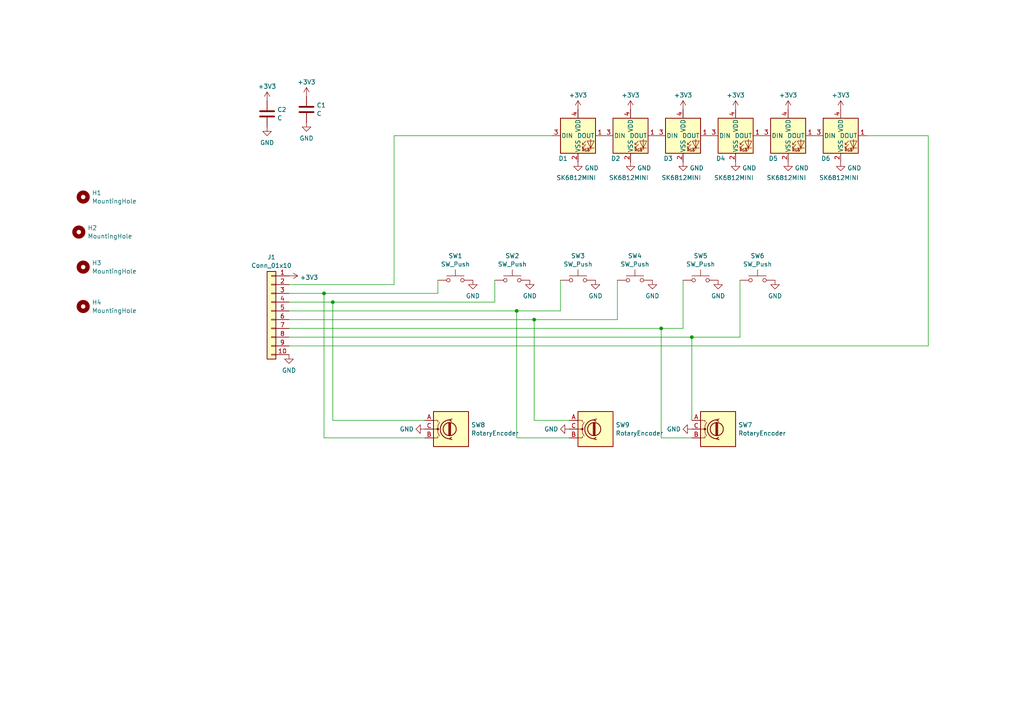
<source format=kicad_sch>
(kicad_sch (version 20231120) (generator "eeschema") (generator_version "8.0")
  (paper "A4")
  (lib_symbols
    (symbol "Connector_Generic:Conn_01x10" (pin_names (offset 1.016) hide)
      (property "Reference" "J" (at 0 12.7 0))
      (property "Value" "Conn_01x10" (at 0 -15.24 0))
      (symbol "Conn_01x10_1_1"
        (rectangle (start -1.27 -12.573) (end 0 -12.827) (stroke (width 0.1524)))
        (rectangle (start -1.27 -10.033) (end 0 -10.287) (stroke (width 0.1524)))
        (rectangle (start -1.27 -7.493) (end 0 -7.747) (stroke (width 0.1524)))
        (rectangle (start -1.27 -4.953) (end 0 -5.207) (stroke (width 0.1524)))
        (rectangle (start -1.27 -2.413) (end 0 -2.667) (stroke (width 0.1524)))
        (rectangle (start -1.27 0.127) (end 0 -0.127) (stroke (width 0.1524)))
        (rectangle (start -1.27 2.667) (end 0 2.413) (stroke (width 0.1524)))
        (rectangle (start -1.27 5.207) (end 0 4.953) (stroke (width 0.1524)))
        (rectangle (start -1.27 7.747) (end 0 7.493) (stroke (width 0.1524)))
        (rectangle (start -1.27 10.287) (end 0 10.033) (stroke (width 0.1524)))
        (rectangle (start -1.27 11.43) (end 1.27 -13.97) (stroke (width 0.254)) (fill (type background)))
        (pin passive line (at -5.08 10.16 0) (length 3.81) (name "Pin_1") (number "1"))
        (pin passive line (at -5.08 -12.7 0) (length 3.81) (name "Pin_10") (number "10"))
        (pin passive line (at -5.08 7.62 0) (length 3.81) (name "Pin_2") (number "2"))
        (pin passive line (at -5.08 5.08 0) (length 3.81) (name "Pin_3") (number "3"))
        (pin passive line (at -5.08 2.54 0) (length 3.81) (name "Pin_4") (number "4"))
        (pin passive line (at -5.08 0 0) (length 3.81) (name "Pin_5") (number "5"))
        (pin passive line (at -5.08 -2.54 0) (length 3.81) (name "Pin_6") (number "6"))
        (pin passive line (at -5.08 -5.08 0) (length 3.81) (name "Pin_7") (number "7"))
        (pin passive line (at -5.08 -7.62 0) (length 3.81) (name "Pin_8") (number "8"))
        (pin passive line (at -5.08 -10.16 0) (length 3.81) (name "Pin_9") (number "9"))
      )
    )
    (symbol "Device:C" (pin_numbers hide) (pin_names (offset 0.254))
      (property "Reference" "C" (at 0.635 2.54 0))
      (property "Value" "C" (at 0.635 -2.54 0))
      (symbol "C_0_1"
        (polyline (pts (xy -2.032 -0.762) (xy 2.032 -0.762)) (stroke (width 0.508)))
        (polyline (pts (xy -2.032 0.762) (xy 2.032 0.762)) (stroke (width 0.508)))
      )
      (symbol "C_1_1"
        (pin passive line (at 0 3.81 270) (length 2.794) (name "~") (number "1"))
        (pin passive line (at 0 -3.81 90) (length 2.794) (name "~") (number "2"))
      )
    )
    (symbol "Device:RotaryEncoder" (pin_names (offset 0.254) hide)
      (property "Reference" "SW" (at 0 6.604 0))
      (property "Value" "RotaryEncoder" (at 0 -6.604 0))
      (symbol "RotaryEncoder_0_1"
        (rectangle (start -5.08 5.08) (end 5.08 -5.08) (stroke (width 0.254)) (fill (type background)))
        (circle (center -3.81 0) (radius 0.254) (fill (type outline)))
        (circle (center -0.381 0) (radius 1.905) (stroke (width 0.254)))
        (arc (start -0.381 2.667) (mid -3.0988 -0.0635) (end -0.381 -2.794) (stroke (width 0.254)))
        (polyline (pts (xy -0.635 -1.778) (xy -0.635 1.778)) (stroke (width 0.254)))
        (polyline (pts (xy -0.381 -1.778) (xy -0.381 1.778)) (stroke (width 0.254)))
        (polyline (pts (xy -0.127 1.778) (xy -0.127 -1.778)) (stroke (width 0.254)))
        (polyline (pts (xy -5.08 -2.54) (xy -3.81 -2.54) (xy -3.81 -2.032)))
        (polyline (pts (xy -5.08 2.54) (xy -3.81 2.54) (xy -3.81 2.032)))
        (polyline (pts (xy 0.254 -3.048) (xy -0.508 -2.794) (xy 0.127 -2.413)) (stroke (width 0.254)))
        (polyline (pts (xy 0.254 2.921) (xy -0.508 2.667) (xy 0.127 2.286)) (stroke (width 0.254)))
        (polyline (pts (xy -5.08 0) (xy -3.81 0) (xy -3.81 -1.016) (xy -3.302 -2.032)))
        (polyline (pts (xy -4.318 0) (xy -3.81 0) (xy -3.81 1.016) (xy -3.302 2.032)))
      )
      (symbol "RotaryEncoder_1_1"
        (pin passive line (at -7.62 2.54 0) (length 2.54) (name "A") (number "A"))
        (pin passive line (at -7.62 -2.54 0) (length 2.54) (name "B") (number "B"))
        (pin passive line (at -7.62 0 0) (length 2.54) (name "C") (number "C"))
      )
    )
    (symbol "Mechanical:MountingHole" (pin_names (offset 1.016)) (exclude_from_sim yes) (in_bom no)
      (property "Reference" "H" (at 0 5.08 0))
      (property "Value" "MountingHole" (at 0 3.175 0))
      (symbol "MountingHole_0_1"
        (circle (center 0 0) (radius 1.27) (stroke (width 1.27)))
      )
    )
    (symbol "Switch:SW_Push" (pin_numbers hide) (pin_names (offset 1.016) hide)
      (property "Reference" "SW" (at 1.27 2.54 0))
      (property "Value" "SW_Push" (at 0 -1.524 0))
      (symbol "SW_Push_0_1"
        (circle (center -2.032 0) (radius 0.508))
        (polyline (pts (xy 0 1.27) (xy 0 3.048)))
        (polyline (pts (xy 2.54 1.27) (xy -2.54 1.27)))
        (circle (center 2.032 0) (radius 0.508))
        (pin passive line (at -5.08 0 0) (length 2.54) (name "1") (number "1"))
        (pin passive line (at 5.08 0 180) (length 2.54) (name "2") (number "2"))
      )
    )
    (symbol "power:+3V3" (power) (pin_names (offset 0))
      (property "Value" "+3V3" (at 0 3.556 0))
      (symbol "+3V3_0_1"
        (polyline (pts (xy -0.762 1.27) (xy 0 2.54)))
        (polyline (pts (xy 0 0) (xy 0 2.54)))
        (polyline (pts (xy 0 2.54) (xy 0.762 1.27)))
      )
      (symbol "+3V3_1_1"
        (pin power_in line (at 0 0 90) (length 0) hide (name "+3V3") (number "1"))
      )
    )
    (symbol "power:GND" (power) (pin_names (offset 0))
      (property "Value" "GND" (at 0 -3.81 0))
      (symbol "GND_0_1"
        (polyline (pts (xy 0 0) (xy 0 -1.27) (xy 1.27 -1.27) (xy 0 -2.54) (xy -1.27 -1.27) (xy 0 -1.27)))
      )
      (symbol "GND_1_1"
        (pin power_in line (at 0 0 270) (length 0) hide (name "GND") (number "1"))
      )
    )
    (symbol "synkie_symbols:SK6812MINI" (pin_names (offset 0.254))
      (property "Reference" "D" (at 5.08 5.715 0))
      (property "Value" "SK6812MINI" (at 1.27 -5.715 0))
      (symbol "SK6812MINI_0_0"
        (text "RGB" (at 2.286 -4.191 0) (effects (font (size 0.762 0.762))))
      )
      (symbol "SK6812MINI_0_1"
        (polyline (pts (xy 1.27 -3.556) (xy 1.778 -3.556)))
        (polyline (pts (xy 1.27 -2.54) (xy 1.778 -2.54)))
        (polyline (pts (xy 4.699 -3.556) (xy 2.667 -3.556)))
        (polyline (pts (xy 2.286 -2.54) (xy 1.27 -3.556) (xy 1.27 -3.048)))
        (polyline (pts (xy 2.286 -1.524) (xy 1.27 -2.54) (xy 1.27 -2.032)))
        (polyline (pts (xy 3.683 -1.016) (xy 3.683 -3.556) (xy 3.683 -4.064)))
        (polyline (pts (xy 4.699 -1.524) (xy 2.667 -1.524) (xy 3.683 -3.556) (xy 4.699 -1.524)))
        (rectangle (start 5.08 5.08) (end -5.08 -5.08) (stroke (width 0.254)) (fill (type background)))
      )
      (symbol "SK6812MINI_1_1"
        (pin output line (at 7.62 0 180) (length 2.54) (name "DOUT") (number "1"))
        (pin power_in line (at 0 -7.62 90) (length 2.54) (name "VSS") (number "2"))
        (pin input line (at -7.62 0 0) (length 2.54) (name "DIN") (number "3"))
        (pin power_in line (at 0 7.62 270) (length 2.54) (name "VDD") (number "4"))
      )
    )
  )
  (junction (at 93.98 85.09))
  (junction (at 191.77 95.25))
  (junction (at 149.86 90.17))
  (junction (at 200.66 97.79))
  (junction (at 96.52 87.63))
  (junction (at 154.94 92.71))
  (wire (pts (xy 96.52 121.92) (xy 96.52 87.63)))
  (wire (pts (xy 214.63 97.79) (xy 214.63 81.28)))
  (wire (pts (xy 251.46 39.37) (xy 269.24 39.37)))
  (wire (pts (xy 83.82 100.33) (xy 269.24 100.33)))
  (wire (pts (xy 191.77 95.25) (xy 191.77 127)))
  (wire (pts (xy 83.82 92.71) (xy 154.94 92.71)))
  (wire (pts (xy 93.98 127) (xy 123.19 127)))
  (wire (pts (xy 198.12 95.25) (xy 198.12 81.28)))
  (wire (pts (xy 143.51 87.63) (xy 143.51 81.28)))
  (wire (pts (xy 149.86 90.17) (xy 162.56 90.17)))
  (wire (pts (xy 114.3 39.37) (xy 160.02 39.37)))
  (wire (pts (xy 83.82 95.25) (xy 191.77 95.25)))
  (wire (pts (xy 200.66 97.79) (xy 214.63 97.79)))
  (wire (pts (xy 154.94 92.71) (xy 179.07 92.71)))
  (wire (pts (xy 200.66 121.92) (xy 200.66 97.79)))
  (wire (pts (xy 149.86 90.17) (xy 149.86 127)))
  (wire (pts (xy 83.82 85.09) (xy 93.98 85.09)))
  (wire (pts (xy 191.77 95.25) (xy 198.12 95.25)))
  (wire (pts (xy 154.94 121.92) (xy 165.1 121.92)))
  (wire (pts (xy 93.98 127) (xy 93.98 85.09)))
  (wire (pts (xy 83.82 97.79) (xy 200.66 97.79)))
  (wire (pts (xy 83.82 82.55) (xy 114.3 82.55)))
  (wire (pts (xy 93.98 85.09) (xy 127 85.09)))
  (wire (pts (xy 127 85.09) (xy 127 81.28)))
  (wire (pts (xy 162.56 90.17) (xy 162.56 81.28)))
  (wire (pts (xy 83.82 90.17) (xy 149.86 90.17)))
  (wire (pts (xy 165.1 127) (xy 149.86 127)))
  (wire (pts (xy 179.07 92.71) (xy 179.07 81.28)))
  (wire (pts (xy 96.52 121.92) (xy 123.19 121.92)))
  (wire (pts (xy 269.24 39.37) (xy 269.24 100.33)))
  (wire (pts (xy 154.94 121.92) (xy 154.94 92.71)))
  (wire (pts (xy 96.52 87.63) (xy 143.51 87.63)))
  (wire (pts (xy 83.82 87.63) (xy 96.52 87.63)))
  (wire (pts (xy 191.77 127) (xy 200.66 127)))
  (wire (pts (xy 114.3 82.55) (xy 114.3 39.37)))
  (symbol (lib_id "power:GND") (at 165.1 124.46 270) (unit 1)
    (property "Reference" "#PWR027" (effects (hide yes)))
    (property "Value" "GND" (at 161.9251 124.46 90) (effects (justify right)))
  )
  (symbol (lib_id "power:+3V3") (at 198.12 31.75 0) (unit 1)
    (property "Reference" "#PWR07" (effects (hide yes)))
    (property "Value" "+3V3" (at 198.12 27.6169 0))
  )
  (symbol (lib_id "synkie_symbols:SK6812MINI") (at 167.64 39.37 0) (unit 1)
    (property "Reference" "D1" (at 163.322 45.974 0))
    (property "Value" "SK6812MINI" (at 167.132 51.562 0))
    (property "Footprint" "LED_SMD:LED_SK6812MINI_PLCC4_3.5x3.5mm_P1.75mm" (effects (hide yes)))
    (property "Datasheet" "https://cdn-shop.adafruit.com/product-files/2686/SK6812MINI_REV.01-1-2.pdf" (effects (hide yes)))
  )
  (symbol (lib_id "synkie_symbols:SK6812MINI") (at 228.6 39.37 0) (unit 1)
    (property "Reference" "D5" (at 224.282 45.974 0))
    (property "Value" "SK6812MINI" (at 228.092 51.562 0))
    (property "Footprint" "LED_SMD:LED_SK6812MINI_PLCC4_3.5x3.5mm_P1.75mm" (effects (hide yes)))
    (property "Datasheet" "https://cdn-shop.adafruit.com/product-files/2686/SK6812MINI_REV.01-1-2.pdf" (effects (hide yes)))
  )
  (symbol (lib_id "Switch:SW_Push") (at 203.2 81.28 0) (unit 1)
    (property "Reference" "SW5" (at 203.2 74.2145 0))
    (property "Value" "SW_Push" (at 203.2 76.6388 0))
    (property "Footprint" "Button_Switch_SMD:SW_SPST_PTS810" (effects (hide yes)))
    (property "Description" "Push button switch, generic, two pins" (effects (hide yes)))
  )
  (symbol (lib_id "Device:RotaryEncoder") (at 130.81 124.46 0) (unit 1)
    (property "Reference" "SW8" (at 136.652 123.2478 0) (effects (justify left)))
    (property "Value" "RotaryEncoder" (at 136.652 125.6721 0) (effects (justify left)))
    (property "Footprint" "Anyma06:RotaryEncoder_Alps_EC12E_HV-Combo" (effects (hide yes)))
    (property "Description" "Rotary encoder, dual channel, incremental quadrate outputs" (effects (hide yes)))
  )
  (symbol (lib_id "Device:C") (at 88.9 31.75 0) (unit 1)
    (property "Reference" "C1" (at 91.821 30.5378 0) (effects (justify left)))
    (property "Value" "C" (at 91.821 32.9621 0) (effects (justify left)))
    (property "Footprint" "Capacitor_SMD:C_0603_1608Metric" (effects (hide yes)))
    (property "Description" "Unpolarized capacitor" (effects (hide yes)))
  )
  (symbol (lib_id "power:GND") (at 198.12 46.99 0) (unit 1)
    (property "Reference" "#PWR08" (effects (hide yes)))
    (property "Value" "GND" (at 200.025 48.739 0) (effects (justify left)))
  )
  (symbol (lib_id "synkie_symbols:SK6812MINI") (at 243.84 39.37 0) (unit 1)
    (property "Reference" "D6" (at 239.522 45.974 0))
    (property "Value" "SK6812MINI" (at 243.332 51.562 0))
    (property "Footprint" "LED_SMD:LED_SK6812MINI_PLCC4_3.5x3.5mm_P1.75mm" (effects (hide yes)))
    (property "Datasheet" "https://cdn-shop.adafruit.com/product-files/2686/SK6812MINI_REV.01-1-2.pdf" (effects (hide yes)))
  )
  (symbol (lib_id "power:GND") (at 153.67 81.28 0) (unit 1)
    (property "Reference" "#PWR016" (effects (hide yes)))
    (property "Value" "GND" (at 153.67 85.8425 0))
  )
  (symbol (lib_id "Switch:SW_Push") (at 132.08 81.28 0) (unit 1)
    (property "Reference" "SW1" (at 132.08 74.2145 0))
    (property "Value" "SW_Push" (at 132.08 76.6388 0))
    (property "Footprint" "Button_Switch_SMD:SW_SPST_PTS810" (effects (hide yes)))
    (property "Description" "Push button switch, generic, two pins" (effects (hide yes)))
  )
  (symbol (lib_id "power:GND") (at 213.36 46.99 0) (unit 1)
    (property "Reference" "#PWR010" (effects (hide yes)))
    (property "Value" "GND" (at 215.265 48.739 0) (effects (justify left)))
  )
  (symbol (lib_id "synkie_symbols:SK6812MINI") (at 213.36 39.37 0) (unit 1)
    (property "Reference" "D4" (at 209.042 45.974 0))
    (property "Value" "SK6812MINI" (at 212.852 51.562 0))
    (property "Footprint" "LED_SMD:LED_SK6812MINI_PLCC4_3.5x3.5mm_P1.75mm" (effects (hide yes)))
    (property "Datasheet" "https://cdn-shop.adafruit.com/product-files/2686/SK6812MINI_REV.01-1-2.pdf" (effects (hide yes)))
  )
  (symbol (lib_id "power:GND") (at 123.19 124.46 270) (unit 1)
    (property "Reference" "#PWR026" (effects (hide yes)))
    (property "Value" "GND" (at 120.0151 124.46 90) (effects (justify right)))
  )
  (symbol (lib_id "power:GND") (at 228.6 46.99 0) (unit 1)
    (property "Reference" "#PWR012" (effects (hide yes)))
    (property "Value" "GND" (at 230.505 48.739 0) (effects (justify left)))
  )
  (symbol (lib_id "power:GND") (at 137.16 81.28 0) (unit 1)
    (property "Reference" "#PWR015" (effects (hide yes)))
    (property "Value" "GND" (at 137.16 85.8425 0))
  )
  (symbol (lib_id "Device:RotaryEncoder") (at 208.28 124.46 0) (unit 1)
    (property "Reference" "SW7" (at 214.122 123.2478 0) (effects (justify left)))
    (property "Value" "RotaryEncoder" (at 214.122 125.6721 0) (effects (justify left)))
    (property "Footprint" "Anyma06:RotaryEncoder_Alps_EC12E_HV-Combo" (effects (hide yes)))
    (property "Description" "Rotary encoder, dual channel, incremental quadrate outputs" (effects (hide yes)))
  )
  (symbol (lib_id "power:+3V3") (at 77.47 29.21 0) (unit 1)
    (property "Reference" "#PWR023" (effects (hide yes)))
    (property "Value" "+3V3" (at 77.47 25.0769 0))
  )
  (symbol (lib_id "power:+3V3") (at 88.9 27.94 0) (unit 1)
    (property "Reference" "#PWR021" (effects (hide yes)))
    (property "Value" "+3V3" (at 88.9 23.8069 0))
  )
  (symbol (lib_id "power:GND") (at 88.9 35.56 0) (unit 1)
    (property "Reference" "#PWR022" (effects (hide yes)))
    (property "Value" "GND" (at 88.9 40.1225 0))
  )
  (symbol (lib_id "Mechanical:MountingHole") (at 22.86 67.31 0) (unit 1) (exclude_from_sim yes) (in_bom no)
    (property "Reference" "H2" (at 25.4 66.0978 0) (effects (justify left)))
    (property "Value" "MountingHole" (at 25.4 68.5221 0) (effects (justify left)))
    (property "Footprint" "MountingHole:MountingHole_3.2mm_M3" (effects (hide yes)))
    (property "Description" "Mounting Hole without connection" (effects (hide yes)))
  )
  (symbol (lib_id "power:GND") (at 243.84 46.99 0) (unit 1)
    (property "Reference" "#PWR014" (effects (hide yes)))
    (property "Value" "GND" (at 245.745 48.739 0) (effects (justify left)))
  )
  (symbol (lib_id "power:+3V3") (at 167.64 31.75 0) (unit 1)
    (property "Reference" "#PWR01" (effects (hide yes)))
    (property "Value" "+3V3" (at 167.64 27.6169 0))
  )
  (symbol (lib_id "power:GND") (at 77.47 36.83 0) (unit 1)
    (property "Reference" "#PWR024" (effects (hide yes)))
    (property "Value" "GND" (at 77.47 41.3925 0))
  )
  (symbol (lib_id "Switch:SW_Push") (at 148.59 81.28 0) (unit 1)
    (property "Reference" "SW2" (at 148.59 74.2145 0))
    (property "Value" "SW_Push" (at 148.59 76.6388 0))
    (property "Footprint" "Button_Switch_SMD:SW_SPST_PTS810" (effects (hide yes)))
    (property "Description" "Push button switch, generic, two pins" (effects (hide yes)))
  )
  (symbol (lib_id "power:+3V3") (at 182.88 31.75 0) (unit 1)
    (property "Reference" "#PWR05" (effects (hide yes)))
    (property "Value" "+3V3" (at 182.88 27.6169 0))
  )
  (symbol (lib_id "power:GND") (at 224.79 81.28 0) (unit 1)
    (property "Reference" "#PWR020" (effects (hide yes)))
    (property "Value" "GND" (at 224.79 85.8425 0))
  )
  (symbol (lib_id "power:+3V3") (at 83.82 80.01 270) (unit 1)
    (property "Reference" "#PWR03" (effects (hide yes)))
    (property "Value" "+3V3" (at 86.995 80.489 90) (effects (justify left)))
  )
  (symbol (lib_id "power:GND") (at 83.82 102.87 0) (unit 1)
    (property "Reference" "#PWR04" (effects (hide yes)))
    (property "Value" "GND" (at 83.82 107.4325 0))
  )
  (symbol (lib_id "power:GND") (at 172.72 81.28 0) (unit 1)
    (property "Reference" "#PWR017" (effects (hide yes)))
    (property "Value" "GND" (at 172.72 85.8425 0))
  )
  (symbol (lib_id "Switch:SW_Push") (at 219.71 81.28 0) (unit 1)
    (property "Reference" "SW6" (at 219.71 74.2145 0))
    (property "Value" "SW_Push" (at 219.71 76.6388 0))
    (property "Footprint" "Button_Switch_SMD:SW_SPST_PTS810" (effects (hide yes)))
    (property "Description" "Push button switch, generic, two pins" (effects (hide yes)))
  )
  (symbol (lib_id "power:+3V3") (at 228.6 31.75 0) (unit 1)
    (property "Reference" "#PWR011" (effects (hide yes)))
    (property "Value" "+3V3" (at 228.6 27.6169 0))
  )
  (symbol (lib_id "Connector_Generic:Conn_01x10") (at 78.74 90.17 0) (mirror y) (unit 1)
    (property "Reference" "J1" (at 78.74 74.5955 0))
    (property "Value" "Conn_01x10" (at 78.74 77.0198 0))
    (property "Footprint" "Connector_IDC:IDC-Header_2x05_P2.54mm_Vertical" (effects (hide yes)))
    (property "Description" "Generic connector, single row, 01x10, script generated (kicad-library-utils/schlib/autogen/connector/)" (effects (hide yes)))
  )
  (symbol (lib_id "synkie_symbols:SK6812MINI") (at 182.88 39.37 0) (unit 1)
    (property "Reference" "D2" (at 178.562 45.974 0))
    (property "Value" "SK6812MINI" (at 182.372 51.562 0))
    (property "Footprint" "LED_SMD:LED_SK6812MINI_PLCC4_3.5x3.5mm_P1.75mm" (effects (hide yes)))
    (property "Datasheet" "https://cdn-shop.adafruit.com/product-files/2686/SK6812MINI_REV.01-1-2.pdf" (effects (hide yes)))
  )
  (symbol (lib_id "power:+3V3") (at 213.36 31.75 0) (unit 1)
    (property "Reference" "#PWR09" (effects (hide yes)))
    (property "Value" "+3V3" (at 213.36 27.6169 0))
  )
  (symbol (lib_id "power:+3V3") (at 243.84 31.75 0) (unit 1)
    (property "Reference" "#PWR013" (effects (hide yes)))
    (property "Value" "+3V3" (at 243.84 27.6169 0))
  )
  (symbol (lib_id "Switch:SW_Push") (at 167.64 81.28 0) (unit 1)
    (property "Reference" "SW3" (at 167.64 74.2145 0))
    (property "Value" "SW_Push" (at 167.64 76.6388 0))
    (property "Footprint" "Button_Switch_SMD:SW_SPST_PTS810" (effects (hide yes)))
    (property "Description" "Push button switch, generic, two pins" (effects (hide yes)))
  )
  (symbol (lib_id "Mechanical:MountingHole") (at 24.13 77.47 0) (unit 1) (exclude_from_sim yes) (in_bom no)
    (property "Reference" "H3" (at 26.67 76.2578 0) (effects (justify left)))
    (property "Value" "MountingHole" (at 26.67 78.6821 0) (effects (justify left)))
    (property "Footprint" "MountingHole:MountingHole_3.2mm_M3" (effects (hide yes)))
    (property "Description" "Mounting Hole without connection" (effects (hide yes)))
  )
  (symbol (lib_id "power:GND") (at 208.28 81.28 0) (unit 1)
    (property "Reference" "#PWR019" (effects (hide yes)))
    (property "Value" "GND" (at 208.28 85.8425 0))
  )
  (symbol (lib_id "synkie_symbols:SK6812MINI") (at 198.12 39.37 0) (unit 1)
    (property "Reference" "D3" (at 193.802 45.974 0))
    (property "Value" "SK6812MINI" (at 197.612 51.562 0))
    (property "Footprint" "LED_SMD:LED_SK6812MINI_PLCC4_3.5x3.5mm_P1.75mm" (effects (hide yes)))
    (property "Datasheet" "https://cdn-shop.adafruit.com/product-files/2686/SK6812MINI_REV.01-1-2.pdf" (effects (hide yes)))
  )
  (symbol (lib_id "Mechanical:MountingHole") (at 24.13 57.15 0) (unit 1) (exclude_from_sim yes) (in_bom no)
    (property "Reference" "H1" (at 26.67 55.9378 0) (effects (justify left)))
    (property "Value" "MountingHole" (at 26.67 58.3621 0) (effects (justify left)))
    (property "Footprint" "MountingHole:MountingHole_3.2mm_M3" (effects (hide yes)))
    (property "Description" "Mounting Hole without connection" (effects (hide yes)))
  )
  (symbol (lib_id "Device:RotaryEncoder") (at 172.72 124.46 0) (unit 1)
    (property "Reference" "SW9" (at 178.562 123.2478 0) (effects (justify left)))
    (property "Value" "RotaryEncoder" (at 178.562 125.6721 0) (effects (justify left)))
    (property "Footprint" "Anyma06:RotaryEncoder_Alps_EC12E_HV-Combo" (effects (hide yes)))
    (property "Description" "Rotary encoder, dual channel, incremental quadrate outputs" (effects (hide yes)))
  )
  (symbol (lib_id "Switch:SW_Push") (at 184.15 81.28 0) (unit 1)
    (property "Reference" "SW4" (at 184.15 74.2145 0))
    (property "Value" "SW_Push" (at 184.15 76.6388 0))
    (property "Footprint" "Button_Switch_SMD:SW_SPST_PTS810" (effects (hide yes)))
    (property "Description" "Push button switch, generic, two pins" (effects (hide yes)))
  )
  (symbol (lib_id "power:GND") (at 167.64 46.99 0) (unit 1)
    (property "Reference" "#PWR02" (effects (hide yes)))
    (property "Value" "GND" (at 169.545 48.739 0) (effects (justify left)))
  )
  (symbol (lib_id "power:GND") (at 182.88 46.99 0) (unit 1)
    (property "Reference" "#PWR06" (effects (hide yes)))
    (property "Value" "GND" (at 184.785 48.739 0) (effects (justify left)))
  )
  (symbol (lib_id "Mechanical:MountingHole") (at 24.13 88.9 0) (unit 1) (exclude_from_sim yes) (in_bom no)
    (property "Reference" "H4" (at 26.67 87.6878 0) (effects (justify left)))
    (property "Value" "MountingHole" (at 26.67 90.1121 0) (effects (justify left)))
    (property "Footprint" "MountingHole:MountingHole_3.2mm_M3" (effects (hide yes)))
    (property "Description" "Mounting Hole without connection" (effects (hide yes)))
  )
  (symbol (lib_id "power:GND") (at 200.66 124.46 270) (unit 1)
    (property "Reference" "#PWR025" (effects (hide yes)))
    (property "Value" "GND" (at 197.4851 124.46 90) (effects (justify right)))
  )
  (symbol (lib_id "power:GND") (at 189.23 81.28 0) (unit 1)
    (property "Reference" "#PWR018" (effects (hide yes)))
    (property "Value" "GND" (at 189.23 85.8425 0))
  )
  (symbol (lib_id "Device:C") (at 77.47 33.02 0) (unit 1)
    (property "Reference" "C2" (at 80.391 31.8078 0) (effects (justify left)))
    (property "Value" "C" (at 80.391 34.2321 0) (effects (justify left)))
    (property "Footprint" "Capacitor_SMD:C_0603_1608Metric" (effects (hide yes)))
    (property "Description" "Unpolarized capacitor" (effects (hide yes)))
  )
)
</source>
